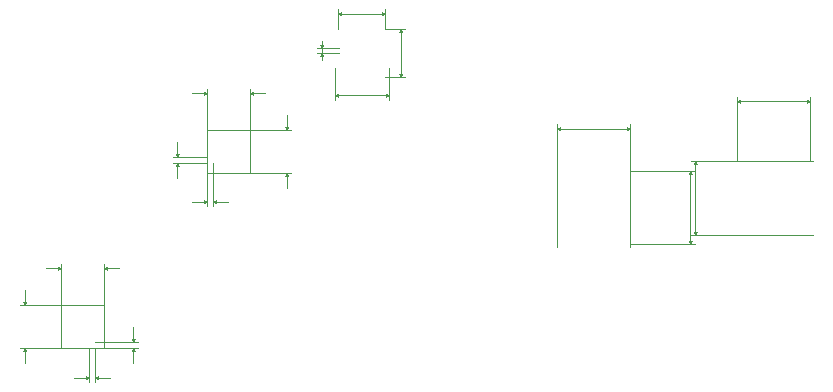
<source format=gbr>
%TF.GenerationSoftware,KiCad,Pcbnew,7.0.6-7.0.6~ubuntu22.04.1*%
%TF.CreationDate,2023-08-18T16:08:42-04:00*%
%TF.ProjectId,robot,726f626f-742e-46b6-9963-61645f706362,rev?*%
%TF.SameCoordinates,Original*%
%TF.FileFunction,Other,Comment*%
%FSLAX46Y46*%
G04 Gerber Fmt 4.6, Leading zero omitted, Abs format (unit mm)*
G04 Created by KiCad (PCBNEW 7.0.6-7.0.6~ubuntu22.04.1) date 2023-08-18 16:08:42*
%MOMM*%
%LPD*%
G01*
G04 APERTURE LIST*
%ADD10C,0.100000*%
G04 APERTURE END LIST*
D10*
%TO.C,Q5*%
X88198400Y-124569100D02*
X87944400Y-124569100D01*
X88198400Y-120411100D02*
X87944400Y-120411100D01*
X88071400Y-124315100D02*
X88198400Y-124569100D01*
X88071400Y-124315100D02*
X88071400Y-125585100D01*
X88071400Y-124315100D02*
X87944400Y-124569100D01*
X88071400Y-120665100D02*
X88198400Y-120411100D01*
X88071400Y-120665100D02*
X88071400Y-119395100D01*
X88071400Y-120665100D02*
X87944400Y-120411100D01*
X85206401Y-117711100D02*
X85206401Y-117457100D01*
X84952401Y-124315100D02*
X84952401Y-117203100D01*
X84952401Y-117584100D02*
X86222401Y-117584100D01*
X84952401Y-117584100D02*
X85206401Y-117711100D01*
X84952401Y-117584100D02*
X85206401Y-117457100D01*
X82056411Y-126888100D02*
X82056411Y-126634100D01*
X81802411Y-126761100D02*
X83072411Y-126761100D01*
X81802411Y-126761100D02*
X82056411Y-126888100D01*
X81802411Y-126761100D02*
X82056411Y-126634100D01*
X81802411Y-123490100D02*
X81802411Y-127142100D01*
X81358401Y-123490100D02*
X78437402Y-123490100D01*
X81358401Y-122990100D02*
X78437402Y-122990100D01*
X81302411Y-126761100D02*
X81048411Y-126888100D01*
X81302411Y-126761100D02*
X81048411Y-126634100D01*
X81302411Y-126761100D02*
X80032411Y-126761100D01*
X81302411Y-123490100D02*
X81302411Y-127142100D01*
X81302401Y-124315100D02*
X88452400Y-124315100D01*
X81302401Y-124315100D02*
X81302401Y-117203100D01*
X81302401Y-120665100D02*
X88452400Y-120665100D01*
X81302401Y-117584100D02*
X81048401Y-117711100D01*
X81302401Y-117584100D02*
X81048401Y-117457100D01*
X81302401Y-117584100D02*
X80032401Y-117584100D01*
X81048411Y-126888100D02*
X81048411Y-126634100D01*
X81048401Y-117711100D02*
X81048401Y-117457100D01*
X78945402Y-123744100D02*
X78691402Y-123744100D01*
X78945402Y-122736100D02*
X78691402Y-122736100D01*
X78818402Y-123490100D02*
X78945402Y-123744100D01*
X78818402Y-123490100D02*
X78818402Y-124760100D01*
X78818402Y-123490100D02*
X78691402Y-123744100D01*
X78818402Y-122990100D02*
X78945402Y-122736100D01*
X78818402Y-122990100D02*
X78818402Y-121720100D01*
X78818402Y-122990100D02*
X78691402Y-122736100D01*
%TO.C,Q6*%
X72896500Y-132279000D02*
X72896500Y-132533000D01*
X68738500Y-132279000D02*
X68738500Y-132533000D01*
X72642500Y-132406000D02*
X72896500Y-132279000D01*
X72642500Y-132406000D02*
X73912500Y-132406000D01*
X72642500Y-132406000D02*
X72896500Y-132533000D01*
X68992500Y-132406000D02*
X68738500Y-132279000D01*
X68992500Y-132406000D02*
X67722500Y-132406000D01*
X68992500Y-132406000D02*
X68738500Y-132533000D01*
X66038500Y-135270999D02*
X65784500Y-135270999D01*
X72642500Y-135524999D02*
X65530500Y-135524999D01*
X65911500Y-135524999D02*
X65911500Y-134254999D01*
X65911500Y-135524999D02*
X66038500Y-135270999D01*
X65911500Y-135524999D02*
X65784500Y-135270999D01*
X75215500Y-138420989D02*
X74961500Y-138420989D01*
X75088500Y-138674989D02*
X75088500Y-137404989D01*
X75088500Y-138674989D02*
X75215500Y-138420989D01*
X75088500Y-138674989D02*
X74961500Y-138420989D01*
X71817500Y-138674989D02*
X75469500Y-138674989D01*
X71817500Y-139118999D02*
X71817500Y-142039998D01*
X71317500Y-139118999D02*
X71317500Y-142039998D01*
X75088500Y-139174989D02*
X75215500Y-139428989D01*
X75088500Y-139174989D02*
X74961500Y-139428989D01*
X75088500Y-139174989D02*
X75088500Y-140444989D01*
X71817500Y-139174989D02*
X75469500Y-139174989D01*
X72642500Y-139174999D02*
X72642500Y-132025000D01*
X72642500Y-139174999D02*
X65530500Y-139174999D01*
X68992500Y-139174999D02*
X68992500Y-132025000D01*
X65911500Y-139174999D02*
X66038500Y-139428999D01*
X65911500Y-139174999D02*
X65784500Y-139428999D01*
X65911500Y-139174999D02*
X65911500Y-140444999D01*
X75215500Y-139428989D02*
X74961500Y-139428989D01*
X66038500Y-139428999D02*
X65784500Y-139428999D01*
X72071500Y-141531998D02*
X72071500Y-141785998D01*
X71063500Y-141531998D02*
X71063500Y-141785998D01*
X71817500Y-141658998D02*
X72071500Y-141531998D01*
X71817500Y-141658998D02*
X73087500Y-141658998D01*
X71817500Y-141658998D02*
X72071500Y-141785998D01*
X71317500Y-141658998D02*
X71063500Y-141531998D01*
X71317500Y-141658998D02*
X70047500Y-141658998D01*
X71317500Y-141658998D02*
X71063500Y-141785998D01*
%TO.C,L3*%
X122518200Y-123611500D02*
X122772200Y-123611500D01*
X122518200Y-129301100D02*
X122772200Y-129301100D01*
X122645200Y-123357500D02*
X122518200Y-123611500D01*
X122645200Y-123357500D02*
X122645200Y-129555100D01*
X122645200Y-123357500D02*
X122772200Y-123611500D01*
X122645200Y-129555100D02*
X122518200Y-129301100D01*
X122645200Y-129555100D02*
X122772200Y-129301100D01*
X126201200Y-118277500D02*
X126455200Y-118150500D01*
X126201200Y-118277500D02*
X126455200Y-118404500D01*
X126201200Y-118277500D02*
X132398800Y-118277500D01*
X126201200Y-123357500D02*
X126201200Y-117896500D01*
X126455200Y-118150500D02*
X126455200Y-118404500D01*
X132144800Y-118150500D02*
X132144800Y-118404500D01*
X132398800Y-118277500D02*
X132144800Y-118150500D01*
X132398800Y-118277500D02*
X132144800Y-118404500D01*
X132398800Y-123357500D02*
X132398800Y-117896500D01*
X132652800Y-123357500D02*
X122264200Y-123357500D01*
X132652800Y-129555100D02*
X122264200Y-129555100D01*
%TO.C,L1*%
X116897692Y-120475031D02*
X116897692Y-120729031D01*
X111208092Y-120475031D02*
X111208092Y-120729031D01*
X117151692Y-120602031D02*
X116897692Y-120475031D01*
X117151692Y-120602031D02*
X110954092Y-120602031D01*
X117151692Y-120602031D02*
X116897692Y-120729031D01*
X110954092Y-120602031D02*
X111208092Y-120475031D01*
X110954092Y-120602031D02*
X111208092Y-120729031D01*
X122231692Y-124158031D02*
X122358692Y-124412031D01*
X122231692Y-124158031D02*
X122104692Y-124412031D01*
X122231692Y-124158031D02*
X122231692Y-130355631D01*
X117151692Y-124158031D02*
X122612692Y-124158031D01*
X122358692Y-124412031D02*
X122104692Y-124412031D01*
X122358692Y-130101631D02*
X122104692Y-130101631D01*
X122231692Y-130355631D02*
X122358692Y-130101631D01*
X122231692Y-130355631D02*
X122104692Y-130101631D01*
X117151692Y-130355631D02*
X122612692Y-130355631D01*
X117151692Y-130609631D02*
X117151692Y-120221031D01*
X110954092Y-130609631D02*
X110954092Y-120221031D01*
%TO.C,U13*%
X90932407Y-113529608D02*
X91059403Y-113783601D01*
X90932408Y-114437593D02*
X91059403Y-114183600D01*
X90932408Y-114437593D02*
X91186399Y-114437592D01*
X91059399Y-113167600D02*
X91059403Y-114183600D01*
X91059406Y-114799601D02*
X91059403Y-113783601D01*
X91186398Y-113529608D02*
X90932407Y-113529608D01*
X91186398Y-113529608D02*
X91059403Y-113783601D01*
X91186399Y-114437592D02*
X91059403Y-114183600D01*
X92129941Y-117771525D02*
X96729949Y-117772023D01*
X92130198Y-115483101D02*
X92129898Y-118152525D01*
X92383920Y-117898548D02*
X92129941Y-117771525D01*
X92383920Y-117898548D02*
X92383948Y-117644557D01*
X92383948Y-117644557D02*
X92129941Y-117771525D01*
X92430199Y-112183600D02*
X92430193Y-110477339D01*
X92480199Y-113783601D02*
X90678403Y-113783601D01*
X92480199Y-114183600D02*
X90678403Y-114183600D01*
X92684187Y-110731344D02*
X92430194Y-110858339D01*
X92684187Y-110985335D02*
X92430194Y-110858339D01*
X92684187Y-110985335D02*
X92684187Y-110731344D01*
X96176201Y-110985334D02*
X96430194Y-110858339D01*
X96176202Y-110731343D02*
X96176201Y-110985334D01*
X96176202Y-110731343D02*
X96430194Y-110858339D01*
X96430194Y-110858339D02*
X92430194Y-110858339D01*
X96430199Y-112183600D02*
X96430193Y-110477339D01*
X96430199Y-112183600D02*
X98112018Y-112183600D01*
X96430199Y-116183600D02*
X98112018Y-116183600D01*
X96475942Y-117898991D02*
X96729949Y-117772023D01*
X96475970Y-117645000D02*
X96475942Y-117898991D01*
X96475970Y-117645000D02*
X96729949Y-117772023D01*
X96730205Y-115483600D02*
X96729906Y-118153023D01*
X97604022Y-115929607D02*
X97731018Y-116183600D01*
X97604023Y-112437593D02*
X97731018Y-112183600D01*
X97604023Y-112437593D02*
X97858014Y-112437593D01*
X97731018Y-116183600D02*
X97731018Y-112183600D01*
X97858013Y-115929607D02*
X97604022Y-115929607D01*
X97858013Y-115929607D02*
X97731018Y-116183600D01*
X97858014Y-112437593D02*
X97731018Y-112183600D01*
%TD*%
M02*

</source>
